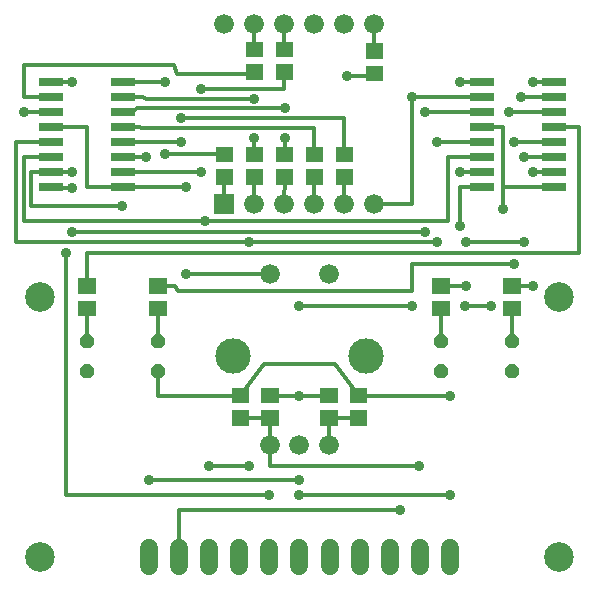
<source format=gbl>
G04 Layer: BottomLayer*
G04 EasyEDA v6.3.53, 2020-06-23T07:41:06+03:00*
G04 4e036cd5b3af43a69be22f5d7a7580e5,e8986612fe13436f8f5b72e5f572de6a,10*
G04 Gerber Generator version 0.2*
G04 Scale: 100 percent, Rotated: No, Reflected: No *
G04 Dimensions in inches *
G04 leading zeros omitted , absolute positions ,2 integer and 4 decimal *
%FSLAX24Y24*%
%MOIN*%
G90*
G70D02*

%ADD11C,0.012000*%
%ADD12C,0.035620*%
%ADD13C,0.098610*%
%ADD14C,0.066000*%
%ADD15C,0.118110*%
%ADD16R,0.066000X0.066000*%
%ADD17C,0.060000*%

%LPD*%
G54D11*
G01X8858Y6561D02*
G01X9842Y6561D01*
G01X10826Y6561D01*
G01X1545Y15505D02*
G01X2755Y15505D01*
G01X2755Y13503D01*
G01X3965Y13505D01*
G01X6053Y13505D01*
G01X8858Y10629D02*
G01X6053Y10629D01*
G01X4842Y3750D02*
G01X9842Y3750D01*
G01X15916Y15505D02*
G01X16633Y15505D01*
G01X16633Y13505D01*
G01X18335Y13505D01*
G01X16633Y13505D02*
G01X16633Y12795D01*
G01X16240Y9547D02*
G01X15354Y9547D01*
G01X13582Y9547D02*
G01X9842Y9547D01*
G01X15916Y17005D02*
G01X15196Y17005D01*
G01X5118Y7373D02*
G01X5118Y6561D01*
G01X7873Y6561D01*
G01X8656Y7625D01*
G01X11031Y7625D01*
G01X11811Y6561D01*
G01X14845Y6561D01*
G01X15916Y14005D02*
G01X15196Y14005D01*
G01X9842Y3250D02*
G01X14845Y3250D01*
G01X1545Y17005D02*
G01X2244Y17005D01*
G01X1545Y14005D02*
G01X2244Y14005D01*
G01X885Y14005D01*
G01X885Y12893D01*
G01X3936Y12893D01*
G01X15916Y14505D02*
G01X14783Y14505D01*
G01X14783Y12382D01*
G01X6683Y12382D01*
G01X649Y12382D01*
G01X649Y14505D01*
G01X1545Y14505D01*
G01X15916Y15005D02*
G01X14425Y15005D01*
G01X14425Y11686D02*
G01X8156Y11686D01*
G01X393Y11686D01*
G01X393Y15005D01*
G01X1545Y15005D01*
G01X6842Y4205D02*
G01X8156Y4205D01*
G01X5361Y17005D02*
G01X3965Y17005D01*
G01X5361Y14597D02*
G01X7339Y14597D01*
G01X3965Y16505D02*
G01X4626Y16505D01*
G01X4724Y16456D01*
G01X8342Y16456D01*
G01X8342Y15157D02*
G01X8342Y14597D01*
G01X9344Y14597D02*
G01X9350Y14597D01*
G01X9350Y15157D01*
G01X3965Y16005D02*
G01X4293Y16005D01*
G01X4429Y16141D01*
G01X9350Y16141D01*
G01X3965Y15505D02*
G01X4474Y15505D01*
G01X4626Y15472D01*
G01X10342Y15472D01*
G01X10342Y14597D01*
G01X3965Y15005D02*
G01X5905Y15005D01*
G01X5905Y15826D02*
G01X11342Y15826D01*
G01X11342Y14597D01*
G01X3965Y14505D02*
G01X4724Y14505D01*
G01X11417Y17224D02*
G01X12340Y17220D01*
G01X12342Y17303D01*
G01X12342Y17322D01*
G01X9342Y17342D02*
G01X9342Y16771D01*
G01X6550Y16771D01*
G01X3965Y14005D02*
G01X6550Y14005D01*
G01X7339Y13849D02*
G01X7342Y12944D01*
G01X8342Y13849D02*
G01X8342Y12944D01*
G01X9344Y13849D02*
G01X9342Y12944D01*
G01X10342Y13849D02*
G01X10342Y12944D01*
G01X11342Y13849D02*
G01X11342Y12944D01*
G01X12342Y18051D02*
G01X12342Y18944D01*
G01X9342Y18090D02*
G01X9342Y18944D01*
G01X8342Y17342D02*
G01X8440Y17265D01*
G01X5762Y17265D01*
G01X5664Y17565D01*
G01X649Y17565D01*
G01X649Y16505D01*
G01X1545Y16505D01*
G01X8342Y18090D02*
G01X8342Y18944D01*
G01X15916Y16005D02*
G01X14023Y16005D01*
G01X14023Y12003D02*
G01X2244Y12003D01*
G01X1545Y13505D02*
G01X1567Y13484D01*
G01X2244Y13484D01*
G01X15916Y16505D02*
G01X13582Y16505D01*
G01X13582Y12944D01*
G01X12342Y12944D01*
G01X18335Y17005D02*
G01X17637Y17005D01*
G01X18335Y16505D02*
G01X17236Y16505D01*
G01X18335Y16005D02*
G01X16830Y16005D01*
G01X1545Y16005D02*
G01X649Y16005D01*
G01X2066Y11311D02*
G01X2066Y3250D01*
G01X8842Y3250D01*
G01X5118Y10216D02*
G01X5708Y10216D01*
G01X5807Y10039D01*
G01X13582Y10039D01*
G01X13582Y10936D01*
G01X16988Y10936D01*
G01X16988Y15005D02*
G01X18335Y15005D01*
G01X5118Y8374D02*
G01X5118Y9468D01*
G01X2755Y8374D02*
G01X2755Y9468D01*
G01X2755Y10216D02*
G01X2755Y11311D01*
G01X19172Y11311D01*
G01X19172Y15505D01*
G01X18335Y15505D01*
G01X14566Y8374D02*
G01X14566Y9468D01*
G01X14566Y10216D02*
G01X15379Y10216D01*
G01X15379Y11690D02*
G01X17320Y11690D01*
G01X17320Y14505D02*
G01X18335Y14505D01*
G01X15196Y12204D02*
G01X15196Y13505D01*
G01X15916Y13505D01*
G01X5842Y1181D02*
G01X5842Y2750D01*
G01X13188Y2750D01*
G01X11811Y5813D02*
G01X10826Y5813D01*
G01X10826Y4921D01*
G01X16929Y10216D02*
G01X17637Y10216D01*
G01X17637Y14005D02*
G01X18335Y14005D01*
G01X16929Y8374D02*
G01X16929Y9468D01*
G01X7873Y5813D02*
G01X8858Y5813D01*
G01X8858Y4921D01*
G01X8858Y4205D01*
G01X13842Y4205D01*
G36*
G01X11122Y6816D02*
G01X11122Y6305D01*
G01X10531Y6305D01*
G01X10531Y6816D01*
G01X11122Y6816D01*
G37*
G36*
G01X11122Y6068D02*
G01X11122Y5557D01*
G01X10531Y5557D01*
G01X10531Y6068D01*
G01X11122Y6068D01*
G37*
G36*
G01X9153Y6816D02*
G01X9153Y6305D01*
G01X8563Y6305D01*
G01X8563Y6816D01*
G01X9153Y6816D01*
G37*
G36*
G01X9153Y6068D02*
G01X9153Y5557D01*
G01X8563Y5557D01*
G01X8563Y6068D01*
G01X9153Y6068D01*
G37*
G36*
G01X4365Y17135D02*
G01X4365Y16875D01*
G01X3565Y16875D01*
G01X3565Y17135D01*
G01X4365Y17135D01*
G37*
G36*
G01X1945Y17135D02*
G01X1945Y16875D01*
G01X1145Y16875D01*
G01X1145Y17135D01*
G01X1945Y17135D01*
G37*
G36*
G01X4365Y16635D02*
G01X4365Y16375D01*
G01X3565Y16375D01*
G01X3565Y16635D01*
G01X4365Y16635D01*
G37*
G36*
G01X4365Y16135D02*
G01X4365Y15875D01*
G01X3565Y15875D01*
G01X3565Y16135D01*
G01X4365Y16135D01*
G37*
G36*
G01X1945Y16635D02*
G01X1945Y16375D01*
G01X1145Y16375D01*
G01X1145Y16635D01*
G01X1945Y16635D01*
G37*
G36*
G01X1945Y16135D02*
G01X1945Y15875D01*
G01X1145Y15875D01*
G01X1145Y16135D01*
G01X1945Y16135D01*
G37*
G36*
G01X4365Y15635D02*
G01X4365Y15375D01*
G01X3565Y15375D01*
G01X3565Y15635D01*
G01X4365Y15635D01*
G37*
G36*
G01X1945Y15635D02*
G01X1945Y15375D01*
G01X1145Y15375D01*
G01X1145Y15635D01*
G01X1945Y15635D01*
G37*
G36*
G01X4365Y15135D02*
G01X4365Y14875D01*
G01X3565Y14875D01*
G01X3565Y15135D01*
G01X4365Y15135D01*
G37*
G36*
G01X1945Y15135D02*
G01X1945Y14875D01*
G01X1145Y14875D01*
G01X1145Y15135D01*
G01X1945Y15135D01*
G37*
G36*
G01X4365Y14635D02*
G01X4365Y14375D01*
G01X3565Y14375D01*
G01X3565Y14635D01*
G01X4365Y14635D01*
G37*
G36*
G01X4365Y14135D02*
G01X4365Y13875D01*
G01X3565Y13875D01*
G01X3565Y14135D01*
G01X4365Y14135D01*
G37*
G36*
G01X1945Y14635D02*
G01X1945Y14375D01*
G01X1145Y14375D01*
G01X1145Y14635D01*
G01X1945Y14635D01*
G37*
G36*
G01X1945Y14135D02*
G01X1945Y13875D01*
G01X1145Y13875D01*
G01X1145Y14135D01*
G01X1945Y14135D01*
G37*
G36*
G01X4365Y13635D02*
G01X4365Y13375D01*
G01X3565Y13375D01*
G01X3565Y13635D01*
G01X4365Y13635D01*
G37*
G36*
G01X1945Y13635D02*
G01X1945Y13375D01*
G01X1145Y13375D01*
G01X1145Y13635D01*
G01X1945Y13635D01*
G37*
G36*
G01X18735Y17135D02*
G01X18735Y16875D01*
G01X17935Y16875D01*
G01X17935Y17135D01*
G01X18735Y17135D01*
G37*
G36*
G01X16316Y17135D02*
G01X16316Y16875D01*
G01X15516Y16875D01*
G01X15516Y17135D01*
G01X16316Y17135D01*
G37*
G36*
G01X18735Y16635D02*
G01X18735Y16375D01*
G01X17935Y16375D01*
G01X17935Y16635D01*
G01X18735Y16635D01*
G37*
G36*
G01X18735Y16135D02*
G01X18735Y15875D01*
G01X17935Y15875D01*
G01X17935Y16135D01*
G01X18735Y16135D01*
G37*
G36*
G01X16316Y16635D02*
G01X16316Y16375D01*
G01X15516Y16375D01*
G01X15516Y16635D01*
G01X16316Y16635D01*
G37*
G36*
G01X16316Y16135D02*
G01X16316Y15875D01*
G01X15516Y15875D01*
G01X15516Y16135D01*
G01X16316Y16135D01*
G37*
G36*
G01X18735Y15635D02*
G01X18735Y15375D01*
G01X17935Y15375D01*
G01X17935Y15635D01*
G01X18735Y15635D01*
G37*
G36*
G01X16316Y15635D02*
G01X16316Y15375D01*
G01X15516Y15375D01*
G01X15516Y15635D01*
G01X16316Y15635D01*
G37*
G36*
G01X18735Y15135D02*
G01X18735Y14875D01*
G01X17935Y14875D01*
G01X17935Y15135D01*
G01X18735Y15135D01*
G37*
G36*
G01X16316Y15135D02*
G01X16316Y14875D01*
G01X15516Y14875D01*
G01X15516Y15135D01*
G01X16316Y15135D01*
G37*
G36*
G01X18735Y14635D02*
G01X18735Y14375D01*
G01X17935Y14375D01*
G01X17935Y14635D01*
G01X18735Y14635D01*
G37*
G36*
G01X18735Y14135D02*
G01X18735Y13875D01*
G01X17935Y13875D01*
G01X17935Y14135D01*
G01X18735Y14135D01*
G37*
G36*
G01X16316Y14635D02*
G01X16316Y14375D01*
G01X15516Y14375D01*
G01X15516Y14635D01*
G01X16316Y14635D01*
G37*
G36*
G01X16316Y14135D02*
G01X16316Y13875D01*
G01X15516Y13875D01*
G01X15516Y14135D01*
G01X16316Y14135D01*
G37*
G36*
G01X18735Y13635D02*
G01X18735Y13375D01*
G01X17935Y13375D01*
G01X17935Y13635D01*
G01X18735Y13635D01*
G37*
G36*
G01X16316Y13635D02*
G01X16316Y13375D01*
G01X15516Y13375D01*
G01X15516Y13635D01*
G01X16316Y13635D01*
G37*
G36*
G01X8047Y17086D02*
G01X8047Y17598D01*
G01X8637Y17598D01*
G01X8637Y17086D01*
G01X8047Y17086D01*
G37*
G36*
G01X8047Y17834D02*
G01X8047Y18346D01*
G01X8637Y18346D01*
G01X8637Y17834D01*
G01X8047Y17834D01*
G37*
G36*
G01X8169Y6816D02*
G01X8169Y6305D01*
G01X7578Y6305D01*
G01X7578Y6816D01*
G01X8169Y6816D01*
G37*
G36*
G01X8169Y6068D02*
G01X8169Y5557D01*
G01X7578Y5557D01*
G01X7578Y6068D01*
G01X8169Y6068D01*
G37*
G36*
G01X12106Y6816D02*
G01X12106Y6305D01*
G01X11515Y6305D01*
G01X11515Y6816D01*
G01X12106Y6816D01*
G37*
G36*
G01X12106Y6068D02*
G01X12106Y5557D01*
G01X11515Y5557D01*
G01X11515Y6068D01*
G01X12106Y6068D01*
G37*
G36*
G01X14862Y10472D02*
G01X14862Y9960D01*
G01X14271Y9960D01*
G01X14271Y10472D01*
G01X14862Y10472D01*
G37*
G36*
G01X14862Y9724D02*
G01X14862Y9212D01*
G01X14271Y9212D01*
G01X14271Y9724D01*
G01X14862Y9724D01*
G37*
G36*
G01X5413Y10472D02*
G01X5413Y9960D01*
G01X4822Y9960D01*
G01X4822Y10472D01*
G01X5413Y10472D01*
G37*
G36*
G01X5413Y9724D02*
G01X5413Y9212D01*
G01X4822Y9212D01*
G01X4822Y9724D01*
G01X5413Y9724D01*
G37*
G36*
G01X3051Y10472D02*
G01X3051Y9960D01*
G01X2460Y9960D01*
G01X2460Y10472D01*
G01X3051Y10472D01*
G37*
G36*
G01X3051Y9724D02*
G01X3051Y9212D01*
G01X2460Y9212D01*
G01X2460Y9724D01*
G01X3051Y9724D01*
G37*
G36*
G01X7634Y14853D02*
G01X7634Y14341D01*
G01X7044Y14341D01*
G01X7044Y14853D01*
G01X7634Y14853D01*
G37*
G36*
G01X7634Y14105D02*
G01X7634Y13593D01*
G01X7044Y13593D01*
G01X7044Y14105D01*
G01X7634Y14105D01*
G37*
G36*
G01X8637Y14853D02*
G01X8637Y14341D01*
G01X8047Y14341D01*
G01X8047Y14853D01*
G01X8637Y14853D01*
G37*
G36*
G01X8637Y14105D02*
G01X8637Y13593D01*
G01X8047Y13593D01*
G01X8047Y14105D01*
G01X8637Y14105D01*
G37*
G36*
G01X9639Y14853D02*
G01X9639Y14341D01*
G01X9049Y14341D01*
G01X9049Y14853D01*
G01X9639Y14853D01*
G37*
G36*
G01X9639Y14105D02*
G01X9639Y13593D01*
G01X9049Y13593D01*
G01X9049Y14105D01*
G01X9639Y14105D01*
G37*
G36*
G01X10637Y14853D02*
G01X10637Y14341D01*
G01X10047Y14341D01*
G01X10047Y14853D01*
G01X10637Y14853D01*
G37*
G36*
G01X10637Y14105D02*
G01X10637Y13593D01*
G01X10047Y13593D01*
G01X10047Y14105D01*
G01X10637Y14105D01*
G37*
G36*
G01X11637Y14853D02*
G01X11637Y14341D01*
G01X11047Y14341D01*
G01X11047Y14853D01*
G01X11637Y14853D01*
G37*
G36*
G01X11637Y14105D02*
G01X11637Y13593D01*
G01X11047Y13593D01*
G01X11047Y14105D01*
G01X11637Y14105D01*
G37*
G36*
G01X12047Y17047D02*
G01X12047Y17559D01*
G01X12637Y17559D01*
G01X12637Y17047D01*
G01X12047Y17047D01*
G37*
G36*
G01X12047Y17795D02*
G01X12047Y18307D01*
G01X12637Y18307D01*
G01X12637Y17795D01*
G01X12047Y17795D01*
G37*
G36*
G01X9047Y17086D02*
G01X9047Y17598D01*
G01X9637Y17598D01*
G01X9637Y17086D01*
G01X9047Y17086D01*
G37*
G36*
G01X9047Y17834D02*
G01X9047Y18346D01*
G01X9637Y18346D01*
G01X9637Y17834D01*
G01X9047Y17834D01*
G37*
G36*
G01X17224Y10472D02*
G01X17224Y9960D01*
G01X16633Y9960D01*
G01X16633Y10472D01*
G01X17224Y10472D01*
G37*
G36*
G01X17224Y9724D02*
G01X17224Y9212D01*
G01X16633Y9212D01*
G01X16633Y9724D01*
G01X17224Y9724D01*
G37*
G54D14*
G01X8858Y4921D03*
G01X9842Y4921D03*
G01X10826Y4921D03*
G01X10826Y10629D03*
G01X8858Y10629D03*
G54D15*
G01X7637Y7873D03*
G01X12047Y7873D03*
G54D16*
G01X7342Y12944D03*
G54D14*
G01X8342Y12944D03*
G01X9342Y12944D03*
G01X10342Y12944D03*
G01X11342Y12944D03*
G01X12342Y12944D03*
G01X12342Y18944D03*
G01X11342Y18944D03*
G01X10342Y18944D03*
G01X9342Y18944D03*
G01X8342Y18944D03*
G01X7342Y18944D03*
G36*
G01X5018Y7614D02*
G01X4877Y7473D01*
G01X4877Y7274D01*
G01X5018Y7133D01*
G01X5217Y7133D01*
G01X5358Y7274D01*
G01X5358Y7473D01*
G01X5217Y7614D01*
G01X5018Y7614D01*
G37*
G36*
G01X5018Y8614D02*
G01X4877Y8473D01*
G01X4877Y8274D01*
G01X5018Y8133D01*
G01X5217Y8133D01*
G01X5358Y8274D01*
G01X5358Y8473D01*
G01X5217Y8614D01*
G01X5018Y8614D01*
G37*
G36*
G01X2656Y7614D02*
G01X2515Y7473D01*
G01X2515Y7274D01*
G01X2656Y7133D01*
G01X2855Y7133D01*
G01X2996Y7274D01*
G01X2996Y7473D01*
G01X2855Y7614D01*
G01X2656Y7614D01*
G37*
G36*
G01X2656Y8614D02*
G01X2515Y8473D01*
G01X2515Y8274D01*
G01X2656Y8133D01*
G01X2855Y8133D01*
G01X2996Y8274D01*
G01X2996Y8473D01*
G01X2855Y8614D01*
G01X2656Y8614D01*
G37*
G36*
G01X14467Y7614D02*
G01X14326Y7473D01*
G01X14326Y7274D01*
G01X14467Y7133D01*
G01X14666Y7133D01*
G01X14807Y7274D01*
G01X14807Y7473D01*
G01X14666Y7614D01*
G01X14467Y7614D01*
G37*
G36*
G01X14467Y8614D02*
G01X14326Y8473D01*
G01X14326Y8274D01*
G01X14467Y8133D01*
G01X14666Y8133D01*
G01X14807Y8274D01*
G01X14807Y8473D01*
G01X14666Y8614D01*
G01X14467Y8614D01*
G37*
G36*
G01X16829Y7614D02*
G01X16688Y7473D01*
G01X16688Y7274D01*
G01X16829Y7133D01*
G01X17028Y7133D01*
G01X17169Y7274D01*
G01X17169Y7473D01*
G01X17028Y7614D01*
G01X16829Y7614D01*
G37*
G36*
G01X16829Y8614D02*
G01X16688Y8473D01*
G01X16688Y8274D01*
G01X16829Y8133D01*
G01X17028Y8133D01*
G01X17169Y8274D01*
G01X17169Y8473D01*
G01X17028Y8614D01*
G01X16829Y8614D01*
G37*
G54D12*
G01X9842Y6561D03*
G01X6053Y13505D03*
G01X6053Y10629D03*
G01X4842Y3750D03*
G01X9842Y3750D03*
G01X16633Y12795D03*
G01X16240Y9547D03*
G01X15354Y9547D03*
G01X13582Y9547D03*
G01X9842Y9547D03*
G01X15196Y17005D03*
G01X15196Y14005D03*
G01X9842Y3250D03*
G01X14845Y3250D03*
G01X2244Y17005D03*
G01X2244Y14005D03*
G01X3936Y12893D03*
G01X14845Y6561D03*
G01X6683Y12382D03*
G01X14425Y15005D03*
G01X14425Y11686D03*
G01X8156Y11686D03*
G01X6842Y4205D03*
G01X8156Y4205D03*
G01X5361Y14597D03*
G01X5361Y17005D03*
G01X8342Y16456D03*
G01X8342Y15157D03*
G01X9350Y15157D03*
G01X9350Y16141D03*
G01X5905Y15005D03*
G01X5905Y15826D03*
G01X4724Y14505D03*
G01X11417Y17224D03*
G01X6550Y16771D03*
G01X6550Y14005D03*
G01X14023Y16005D03*
G01X14023Y12003D03*
G01X2244Y13484D03*
G01X2244Y12003D03*
G01X13582Y16505D03*
G01X17637Y17005D03*
G01X17236Y16505D03*
G01X16830Y16005D03*
G01X649Y16005D03*
G01X8842Y3250D03*
G01X2066Y11311D03*
G01X16988Y10936D03*
G01X16988Y15005D03*
G01X15379Y10216D03*
G01X15379Y11690D03*
G01X17320Y11690D03*
G01X17320Y14505D03*
G01X15196Y12204D03*
G01X13188Y2750D03*
G01X17637Y10216D03*
G01X17637Y14005D03*
G01X13842Y4205D03*
G54D13*
G01X1181Y1181D03*
G01X18503Y1181D03*
G01X1181Y9842D03*
G01X18503Y9842D03*
G54D17*
G01X9842Y881D02*
G01X9842Y1481D01*
G01X8842Y881D02*
G01X8842Y1481D01*
G01X7842Y881D02*
G01X7842Y1481D01*
G01X6842Y881D02*
G01X6842Y1481D01*
G01X5842Y881D02*
G01X5842Y1481D01*
G01X4842Y881D02*
G01X4842Y1481D01*
G01X14845Y893D02*
G01X14845Y1493D01*
G01X13845Y893D02*
G01X13845Y1493D01*
G01X12845Y893D02*
G01X12845Y1493D01*
G01X11845Y893D02*
G01X11845Y1493D01*
G01X10845Y893D02*
G01X10845Y1493D01*
M00*
M02*

</source>
